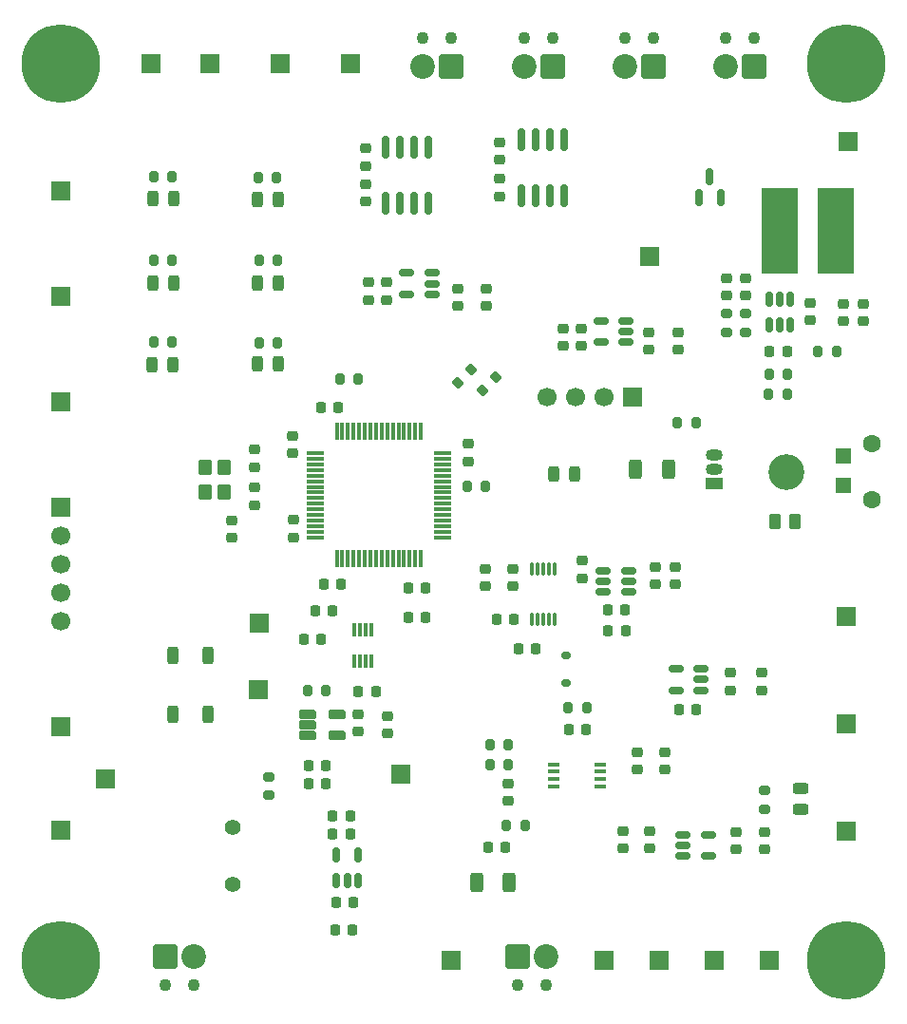
<source format=gbr>
%TF.GenerationSoftware,KiCad,Pcbnew,9.0.5-9.0.5~ubuntu24.04.1*%
%TF.CreationDate,2025-11-18T18:30:51-05:00*%
%TF.ProjectId,teslaCoilSensor,7465736c-6143-46f6-996c-53656e736f72,rev?*%
%TF.SameCoordinates,Original*%
%TF.FileFunction,Soldermask,Top*%
%TF.FilePolarity,Negative*%
%FSLAX46Y46*%
G04 Gerber Fmt 4.6, Leading zero omitted, Abs format (unit mm)*
G04 Created by KiCad (PCBNEW 9.0.5-9.0.5~ubuntu24.04.1) date 2025-11-18 18:30:51*
%MOMM*%
%LPD*%
G01*
G04 APERTURE LIST*
G04 Aperture macros list*
%AMRoundRect*
0 Rectangle with rounded corners*
0 $1 Rounding radius*
0 $2 $3 $4 $5 $6 $7 $8 $9 X,Y pos of 4 corners*
0 Add a 4 corners polygon primitive as box body*
4,1,4,$2,$3,$4,$5,$6,$7,$8,$9,$2,$3,0*
0 Add four circle primitives for the rounded corners*
1,1,$1+$1,$2,$3*
1,1,$1+$1,$4,$5*
1,1,$1+$1,$6,$7*
1,1,$1+$1,$8,$9*
0 Add four rect primitives between the rounded corners*
20,1,$1+$1,$2,$3,$4,$5,0*
20,1,$1+$1,$4,$5,$6,$7,0*
20,1,$1+$1,$6,$7,$8,$9,0*
20,1,$1+$1,$8,$9,$2,$3,0*%
G04 Aperture macros list end*
%ADD10RoundRect,0.200000X-0.275000X0.200000X-0.275000X-0.200000X0.275000X-0.200000X0.275000X0.200000X0*%
%ADD11R,1.700000X1.700000*%
%ADD12RoundRect,0.150000X0.150000X-0.512500X0.150000X0.512500X-0.150000X0.512500X-0.150000X-0.512500X0*%
%ADD13RoundRect,0.200000X0.275000X-0.200000X0.275000X0.200000X-0.275000X0.200000X-0.275000X-0.200000X0*%
%ADD14RoundRect,0.225000X0.250000X-0.225000X0.250000X0.225000X-0.250000X0.225000X-0.250000X-0.225000X0*%
%ADD15RoundRect,0.250000X0.350000X-0.450000X0.350000X0.450000X-0.350000X0.450000X-0.350000X-0.450000X0*%
%ADD16C,1.100000*%
%ADD17C,2.200000*%
%ADD18RoundRect,0.249999X0.850001X0.850001X-0.850001X0.850001X-0.850001X-0.850001X0.850001X-0.850001X0*%
%ADD19RoundRect,0.200000X-0.200000X-0.275000X0.200000X-0.275000X0.200000X0.275000X-0.200000X0.275000X0*%
%ADD20RoundRect,0.200000X0.200000X0.275000X-0.200000X0.275000X-0.200000X-0.275000X0.200000X-0.275000X0*%
%ADD21RoundRect,0.150000X0.512500X0.150000X-0.512500X0.150000X-0.512500X-0.150000X0.512500X-0.150000X0*%
%ADD22RoundRect,0.225000X-0.250000X0.225000X-0.250000X-0.225000X0.250000X-0.225000X0.250000X0.225000X0*%
%ADD23C,1.400000*%
%ADD24RoundRect,0.075000X-0.700000X-0.075000X0.700000X-0.075000X0.700000X0.075000X-0.700000X0.075000X0*%
%ADD25RoundRect,0.075000X-0.075000X-0.700000X0.075000X-0.700000X0.075000X0.700000X-0.075000X0.700000X0*%
%ADD26RoundRect,0.225000X-0.225000X-0.250000X0.225000X-0.250000X0.225000X0.250000X-0.225000X0.250000X0*%
%ADD27RoundRect,0.225000X0.225000X0.250000X-0.225000X0.250000X-0.225000X-0.250000X0.225000X-0.250000X0*%
%ADD28C,1.600000*%
%ADD29C,3.200000*%
%ADD30RoundRect,0.102000X-0.604000X0.604000X-0.604000X-0.604000X0.604000X-0.604000X0.604000X0.604000X0*%
%ADD31RoundRect,0.243750X-0.243750X-0.456250X0.243750X-0.456250X0.243750X0.456250X-0.243750X0.456250X0*%
%ADD32RoundRect,0.249999X-0.850001X-0.850001X0.850001X-0.850001X0.850001X0.850001X-0.850001X0.850001X0*%
%ADD33RoundRect,0.087500X-0.087500X0.537500X-0.087500X-0.537500X0.087500X-0.537500X0.087500X0.537500X0*%
%ADD34RoundRect,0.243750X0.243750X0.456250X-0.243750X0.456250X-0.243750X-0.456250X0.243750X-0.456250X0*%
%ADD35C,7.000000*%
%ADD36RoundRect,0.102000X-1.500000X-3.750000X1.500000X-3.750000X1.500000X3.750000X-1.500000X3.750000X0*%
%ADD37RoundRect,0.150000X-0.150000X0.825000X-0.150000X-0.825000X0.150000X-0.825000X0.150000X0.825000X0*%
%ADD38RoundRect,0.250000X0.262500X0.450000X-0.262500X0.450000X-0.262500X-0.450000X0.262500X-0.450000X0*%
%ADD39C,1.700000*%
%ADD40RoundRect,0.200000X0.053033X-0.335876X0.335876X-0.053033X-0.053033X0.335876X-0.335876X0.053033X0*%
%ADD41RoundRect,0.102000X-0.635000X-0.279400X0.635000X-0.279400X0.635000X0.279400X-0.635000X0.279400X0*%
%ADD42RoundRect,0.150000X-0.250000X0.150000X-0.250000X-0.150000X0.250000X-0.150000X0.250000X0.150000X0*%
%ADD43RoundRect,0.250000X-0.312500X-0.625000X0.312500X-0.625000X0.312500X0.625000X-0.312500X0.625000X0*%
%ADD44RoundRect,0.150000X-0.512500X-0.150000X0.512500X-0.150000X0.512500X0.150000X-0.512500X0.150000X0*%
%ADD45RoundRect,0.250000X0.250000X-0.525000X0.250000X0.525000X-0.250000X0.525000X-0.250000X-0.525000X0*%
%ADD46R,1.500000X1.050000*%
%ADD47O,1.500000X1.050000*%
%ADD48RoundRect,0.060000X-0.415000X-0.140000X0.415000X-0.140000X0.415000X0.140000X-0.415000X0.140000X0*%
%ADD49RoundRect,0.150000X-0.150000X0.512500X-0.150000X-0.512500X0.150000X-0.512500X0.150000X0.512500X0*%
%ADD50O,0.299999X1.350000*%
%ADD51RoundRect,0.150000X0.150000X-0.587500X0.150000X0.587500X-0.150000X0.587500X-0.150000X-0.587500X0*%
%ADD52RoundRect,0.243750X0.456250X-0.243750X0.456250X0.243750X-0.456250X0.243750X-0.456250X-0.243750X0*%
G04 APERTURE END LIST*
D10*
%TO.C,R25*%
X135435300Y-113678200D03*
X135435300Y-115328200D03*
%TD*%
D11*
%TO.C,J16*%
X187096400Y-57099200D03*
%TD*%
D12*
%TO.C,U8*%
X141523900Y-122899600D03*
X142473900Y-122899600D03*
X143423900Y-122899600D03*
X143423900Y-120624600D03*
X141523900Y-120624600D03*
%TD*%
D13*
%TO.C,R9*%
X179650000Y-116575000D03*
X179650000Y-114925000D03*
%TD*%
D11*
%TO.C,J29*%
X116941600Y-61488383D03*
%TD*%
%TO.C,J18*%
X116950000Y-80300000D03*
%TD*%
D14*
%TO.C,C16*%
X134188000Y-89470200D03*
X134188000Y-87920200D03*
%TD*%
D15*
%TO.C,Y1*%
X131538000Y-88295200D03*
X131538000Y-86095200D03*
X129838000Y-86095200D03*
X129838000Y-88295200D03*
%TD*%
D14*
%TO.C,C3*%
X183750000Y-73025000D03*
X183750000Y-71475000D03*
%TD*%
D16*
%TO.C,TC1*%
X160757250Y-47872614D03*
X158217250Y-47872614D03*
D17*
X158217250Y-50412614D03*
D18*
X160757250Y-50412614D03*
%TD*%
D19*
%TO.C,R6*%
X134530517Y-60286411D03*
X136180517Y-60286411D03*
%TD*%
D20*
%TO.C,R11*%
X156831800Y-112598200D03*
X155181800Y-112598200D03*
%TD*%
%TO.C,R16*%
X136245741Y-74974586D03*
X134595741Y-74974586D03*
%TD*%
D21*
%TO.C,U4*%
X167563800Y-97205800D03*
X167563800Y-96255800D03*
X167563800Y-95305800D03*
X165288800Y-95305800D03*
X165288800Y-96255800D03*
X165288800Y-97205800D03*
%TD*%
D11*
%TO.C,J24*%
X130242210Y-50105114D03*
%TD*%
%TO.C,J28*%
X186944000Y-108966400D03*
%TD*%
D22*
%TO.C,C31*%
X171754800Y-94972800D03*
X171754800Y-96522800D03*
%TD*%
D23*
%TO.C,R24*%
X132234900Y-118160800D03*
X132234900Y-123240800D03*
%TD*%
D22*
%TO.C,C26*%
X179662500Y-118625000D03*
X179662500Y-120175000D03*
%TD*%
D21*
%TO.C,U11*%
X150007000Y-70683400D03*
X150007000Y-69733400D03*
X150007000Y-68783400D03*
X147732000Y-68783400D03*
X147732000Y-70683400D03*
%TD*%
D24*
%TO.C,U1*%
X139613000Y-84845200D03*
X139613000Y-85345200D03*
X139613000Y-85845200D03*
X139613000Y-86345200D03*
X139613000Y-86845200D03*
X139613000Y-87345200D03*
X139613000Y-87845200D03*
X139613000Y-88345200D03*
X139613000Y-88845200D03*
X139613000Y-89345200D03*
X139613000Y-89845200D03*
X139613000Y-90345200D03*
X139613000Y-90845200D03*
X139613000Y-91345200D03*
X139613000Y-91845200D03*
X139613000Y-92345200D03*
D25*
X141538000Y-94270200D03*
X142038000Y-94270200D03*
X142538000Y-94270200D03*
X143038000Y-94270200D03*
X143538000Y-94270200D03*
X144038000Y-94270200D03*
X144538000Y-94270200D03*
X145038000Y-94270200D03*
X145538000Y-94270200D03*
X146038000Y-94270200D03*
X146538000Y-94270200D03*
X147038000Y-94270200D03*
X147538000Y-94270200D03*
X148038000Y-94270200D03*
X148538000Y-94270200D03*
X149038000Y-94270200D03*
D24*
X150963000Y-92345200D03*
X150963000Y-91845200D03*
X150963000Y-91345200D03*
X150963000Y-90845200D03*
X150963000Y-90345200D03*
X150963000Y-89845200D03*
X150963000Y-89345200D03*
X150963000Y-88845200D03*
X150963000Y-88345200D03*
X150963000Y-87845200D03*
X150963000Y-87345200D03*
X150963000Y-86845200D03*
X150963000Y-86345200D03*
X150963000Y-85845200D03*
X150963000Y-85345200D03*
X150963000Y-84845200D03*
D25*
X149038000Y-82920200D03*
X148538000Y-82920200D03*
X148038000Y-82920200D03*
X147538000Y-82920200D03*
X147038000Y-82920200D03*
X146538000Y-82920200D03*
X146038000Y-82920200D03*
X145538000Y-82920200D03*
X145038000Y-82920200D03*
X144538000Y-82920200D03*
X144038000Y-82920200D03*
X143538000Y-82920200D03*
X143038000Y-82920200D03*
X142538000Y-82920200D03*
X142038000Y-82920200D03*
X141538000Y-82920200D03*
%TD*%
D26*
%TO.C,C32*%
X165734400Y-100650000D03*
X167284400Y-100650000D03*
%TD*%
D22*
%TO.C,C37*%
X156091700Y-60399400D03*
X156091700Y-61949400D03*
%TD*%
D26*
%TO.C,C29*%
X141175700Y-117170200D03*
X142725700Y-117170200D03*
%TD*%
D14*
%TO.C,C45*%
X145973900Y-71168800D03*
X145973900Y-69618800D03*
%TD*%
D27*
%TO.C,C13*%
X149475000Y-96850000D03*
X147925000Y-96850000D03*
%TD*%
D28*
%TO.C,J8*%
X189226850Y-84015025D03*
D29*
X181626850Y-86515025D03*
D28*
X189226850Y-89015025D03*
D30*
X186726850Y-87715025D03*
X186726850Y-85115025D03*
%TD*%
D31*
%TO.C,D1*%
X125117010Y-62176328D03*
X126992010Y-62176328D03*
%TD*%
D20*
%TO.C,R18*%
X136245741Y-67650946D03*
X134595741Y-67650946D03*
%TD*%
D16*
%TO.C,J22*%
X126257920Y-132280500D03*
X128797920Y-132280500D03*
D32*
X126257920Y-129740500D03*
D17*
X128797920Y-129740500D03*
%TD*%
D33*
%TO.C,U14*%
X144617500Y-100600000D03*
X144117500Y-100600000D03*
X143617500Y-100600000D03*
X143117500Y-100600000D03*
X143117500Y-103400000D03*
X143617500Y-103400000D03*
X144117500Y-103400000D03*
X144617500Y-103400000D03*
%TD*%
D26*
%TO.C,C28*%
X141475000Y-124850000D03*
X143025000Y-124850000D03*
%TD*%
D22*
%TO.C,C53*%
X143459200Y-108127800D03*
X143459200Y-109677800D03*
%TD*%
D14*
%TO.C,C7*%
X137588000Y-84870200D03*
X137588000Y-83320200D03*
%TD*%
%TO.C,C1*%
X176250000Y-70775000D03*
X176250000Y-69225000D03*
%TD*%
%TO.C,C9*%
X137718800Y-92342000D03*
X137718800Y-90792000D03*
%TD*%
D34*
%TO.C,D8*%
X136347200Y-69656960D03*
X134472200Y-69656960D03*
%TD*%
D14*
%TO.C,C39*%
X169337500Y-75650000D03*
X169337500Y-74100000D03*
%TD*%
%TO.C,C23*%
X168350000Y-113025000D03*
X168350000Y-111475000D03*
%TD*%
D35*
%TO.C,H2*%
X186944000Y-50105114D03*
%TD*%
D27*
%TO.C,C6*%
X181675000Y-75750000D03*
X180125000Y-75750000D03*
%TD*%
D11*
%TO.C,J11*%
X147250000Y-113450000D03*
%TD*%
D36*
%TO.C,L1*%
X181000000Y-65000000D03*
X186000000Y-65000000D03*
%TD*%
D14*
%TO.C,C62*%
X170800000Y-113025000D03*
X170800000Y-111475000D03*
%TD*%
D16*
%TO.C,J2*%
X178741750Y-47872614D03*
X176201750Y-47872614D03*
D18*
X178741750Y-50412614D03*
D17*
X176201750Y-50412614D03*
%TD*%
D14*
%TO.C,C59*%
X179390976Y-105972857D03*
X179390976Y-104422857D03*
%TD*%
D34*
%TO.C,D9*%
X162727502Y-86720000D03*
X160852500Y-86720000D03*
%TD*%
D19*
%TO.C,R10*%
X156675000Y-118000000D03*
X158325000Y-118000000D03*
%TD*%
D14*
%TO.C,C2*%
X178000000Y-70775000D03*
X178000000Y-69225000D03*
%TD*%
%TO.C,C42*%
X152340000Y-71700000D03*
X152340000Y-70150000D03*
%TD*%
D11*
%TO.C,J25*%
X165355360Y-130048000D03*
%TD*%
D27*
%TO.C,C33*%
X157305000Y-99680000D03*
X155755000Y-99680000D03*
%TD*%
D10*
%TO.C,R1*%
X178000000Y-72425000D03*
X178000000Y-74075000D03*
%TD*%
D37*
%TO.C,U6*%
X161781300Y-56935600D03*
X160511300Y-56935600D03*
X159241300Y-56935600D03*
X157971300Y-56935600D03*
X157971300Y-61885600D03*
X159241300Y-61885600D03*
X160511300Y-61885600D03*
X161781300Y-61885600D03*
%TD*%
D38*
%TO.C,R21*%
X182412500Y-90950000D03*
X180587500Y-90950000D03*
%TD*%
D37*
%TO.C,U7*%
X149733000Y-57610200D03*
X148463000Y-57610200D03*
X147193000Y-57610200D03*
X145923000Y-57610200D03*
X145923000Y-62560200D03*
X147193000Y-62560200D03*
X148463000Y-62560200D03*
X149733000Y-62560200D03*
%TD*%
D34*
%TO.C,D7*%
X136347200Y-76911200D03*
X134472200Y-76911200D03*
%TD*%
D22*
%TO.C,C30*%
X169926000Y-94972800D03*
X169926000Y-96522800D03*
%TD*%
%TO.C,C47*%
X157226000Y-95173200D03*
X157226000Y-96723200D03*
%TD*%
D11*
%TO.C,J6*%
X116941600Y-89698192D03*
D39*
X116941600Y-92238192D03*
X116941600Y-94778192D03*
X116941600Y-97318192D03*
X116941600Y-99858192D03*
%TD*%
D19*
%TO.C,R20*%
X171895000Y-82118200D03*
X173545000Y-82118200D03*
%TD*%
D11*
%TO.C,J12*%
X180061840Y-130048000D03*
%TD*%
D26*
%TO.C,C19*%
X165696600Y-98795800D03*
X167246600Y-98795800D03*
%TD*%
D31*
%TO.C,D5*%
X125077010Y-76961598D03*
X126952010Y-76961598D03*
%TD*%
D22*
%TO.C,C46*%
X144119600Y-60885000D03*
X144119600Y-62435000D03*
%TD*%
D14*
%TO.C,C38*%
X171987500Y-75650000D03*
X171987500Y-74100000D03*
%TD*%
%TO.C,C36*%
X156091700Y-58698200D03*
X156091700Y-57148200D03*
%TD*%
D22*
%TO.C,C48*%
X154750000Y-95175000D03*
X154750000Y-96725000D03*
%TD*%
D10*
%TO.C,R2*%
X176250000Y-72425000D03*
X176250000Y-74075000D03*
%TD*%
D19*
%TO.C,R5*%
X180050000Y-79600000D03*
X181700000Y-79600000D03*
%TD*%
D11*
%TO.C,J30*%
X151768144Y-130048000D03*
%TD*%
D40*
%TO.C,R26*%
X154533274Y-79216726D03*
X155700000Y-78050000D03*
%TD*%
D26*
%TO.C,C8*%
X140144200Y-80795200D03*
X141694200Y-80795200D03*
%TD*%
D22*
%TO.C,C50*%
X177162500Y-118625000D03*
X177162500Y-120175000D03*
%TD*%
D27*
%TO.C,C56*%
X140579100Y-112674400D03*
X139029100Y-112674400D03*
%TD*%
D26*
%TO.C,C21*%
X141400000Y-127300000D03*
X142950000Y-127300000D03*
%TD*%
%TO.C,C51*%
X143475000Y-106050000D03*
X145025000Y-106050000D03*
%TD*%
D41*
%TO.C,U15*%
X138963400Y-108102400D03*
X138963400Y-109042200D03*
X138963400Y-109982000D03*
X141554200Y-109982000D03*
X141554200Y-108102400D03*
%TD*%
D11*
%TO.C,J31*%
X175159680Y-130048000D03*
%TD*%
%TO.C,J17*%
X116941600Y-118414800D03*
%TD*%
D20*
%TO.C,R19*%
X154813000Y-87795200D03*
X153163000Y-87795200D03*
%TD*%
D14*
%TO.C,C40*%
X163314800Y-75294600D03*
X163314800Y-73744600D03*
%TD*%
D27*
%TO.C,C34*%
X159255000Y-102250000D03*
X157705000Y-102250000D03*
%TD*%
D11*
%TO.C,J26*%
X170257520Y-130048000D03*
%TD*%
D20*
%TO.C,R12*%
X156831800Y-110871000D03*
X155181800Y-110871000D03*
%TD*%
D42*
%TO.C,D10*%
X162000000Y-102848794D03*
X162000000Y-105347931D03*
%TD*%
D31*
%TO.C,D4*%
X134434860Y-62255400D03*
X136309860Y-62255400D03*
%TD*%
%TO.C,D3*%
X125117010Y-69659663D03*
X126992010Y-69659663D03*
%TD*%
D21*
%TO.C,U13*%
X174031250Y-105975000D03*
X174031250Y-105025000D03*
X174031250Y-104075000D03*
X171756250Y-104075000D03*
X171756250Y-105975000D03*
%TD*%
D22*
%TO.C,C18*%
X156794200Y-114299400D03*
X156794200Y-115849400D03*
%TD*%
D26*
%TO.C,C22*%
X141175700Y-118795800D03*
X142725700Y-118795800D03*
%TD*%
D14*
%TO.C,C14*%
X132181600Y-92367400D03*
X132181600Y-90817400D03*
%TD*%
D20*
%TO.C,R17*%
X143446000Y-78206600D03*
X141796000Y-78206600D03*
%TD*%
D26*
%TO.C,C49*%
X162225000Y-109500000D03*
X163775000Y-109500000D03*
%TD*%
D16*
%TO.C,J7*%
X169749500Y-47872614D03*
X167209500Y-47872614D03*
D18*
X169749500Y-50412614D03*
D17*
X167209500Y-50412614D03*
%TD*%
D16*
%TO.C,J3*%
X157683200Y-132280500D03*
X160223200Y-132280500D03*
D32*
X157683200Y-129740500D03*
D17*
X160223200Y-129740500D03*
%TD*%
D22*
%TO.C,C54*%
X146050000Y-108250000D03*
X146050000Y-109800000D03*
%TD*%
D11*
%TO.C,J1*%
X167910000Y-79800000D03*
D39*
X165370000Y-79800000D03*
X162830000Y-79800000D03*
X160290000Y-79800000D03*
%TD*%
D19*
%TO.C,R23*%
X125212667Y-67648244D03*
X126862667Y-67648244D03*
%TD*%
D11*
%TO.C,J4*%
X134600000Y-100000000D03*
%TD*%
D20*
%TO.C,R4*%
X181725000Y-77850000D03*
X180075000Y-77850000D03*
%TD*%
D11*
%TO.C,J14*%
X120900000Y-113900000D03*
%TD*%
%TO.C,J20*%
X136493140Y-50105114D03*
%TD*%
D14*
%TO.C,C41*%
X161714800Y-75294600D03*
X161714800Y-73744600D03*
%TD*%
D11*
%TO.C,J5*%
X134550000Y-105950000D03*
%TD*%
D19*
%TO.C,R7*%
X125200551Y-60222300D03*
X126850551Y-60222300D03*
%TD*%
D11*
%TO.C,J19*%
X186944000Y-99415600D03*
%TD*%
D43*
%TO.C,R13*%
X168164350Y-86315025D03*
X171089350Y-86315025D03*
%TD*%
D40*
%TO.C,R27*%
X152366637Y-78583363D03*
X153533363Y-77416637D03*
%TD*%
D44*
%TO.C,U9*%
X172362500Y-118850000D03*
X172362500Y-119800000D03*
X172362500Y-120750000D03*
X174637500Y-120750000D03*
X174637500Y-118850000D03*
%TD*%
D19*
%TO.C,R22*%
X162175000Y-107500000D03*
X163825000Y-107500000D03*
%TD*%
%TO.C,R14*%
X125212667Y-74924189D03*
X126862667Y-74924189D03*
%TD*%
D45*
%TO.C,SW2*%
X126900000Y-108150000D03*
X126900000Y-102900000D03*
X130100000Y-108150000D03*
X130100000Y-102900000D03*
%TD*%
D14*
%TO.C,C44*%
X144348300Y-71168800D03*
X144348300Y-69618800D03*
%TD*%
D20*
%TO.C,R3*%
X186075000Y-75750000D03*
X184425000Y-75750000D03*
%TD*%
D46*
%TO.C,Q2*%
X175200000Y-87550000D03*
D47*
X175200000Y-86280000D03*
X175200000Y-85010000D03*
%TD*%
D19*
%TO.C,R15*%
X138924264Y-106045679D03*
X140574264Y-106045679D03*
%TD*%
D35*
%TO.C,H4*%
X186944000Y-130048000D03*
%TD*%
D22*
%TO.C,C5*%
X186700000Y-71525000D03*
X186700000Y-73075000D03*
%TD*%
D27*
%TO.C,C10*%
X141948200Y-96520000D03*
X140398200Y-96520000D03*
%TD*%
D11*
%TO.C,J13*%
X124936280Y-50105114D03*
%TD*%
D26*
%TO.C,C61*%
X172018750Y-107725000D03*
X173568750Y-107725000D03*
%TD*%
D14*
%TO.C,C43*%
X154850000Y-71700000D03*
X154850000Y-70150000D03*
%TD*%
%TO.C,C60*%
X176650000Y-105975000D03*
X176650000Y-104425000D03*
%TD*%
D35*
%TO.C,H3*%
X116941600Y-130048000D03*
%TD*%
D22*
%TO.C,C25*%
X167062500Y-118500000D03*
X167062500Y-120050000D03*
%TD*%
D27*
%TO.C,C35*%
X140132400Y-101447600D03*
X138582400Y-101447600D03*
%TD*%
D22*
%TO.C,C4*%
X188450000Y-71525000D03*
X188450000Y-73075000D03*
%TD*%
D27*
%TO.C,C55*%
X140579100Y-114300000D03*
X139029100Y-114300000D03*
%TD*%
D11*
%TO.C,J21*%
X142744070Y-50105114D03*
%TD*%
D48*
%TO.C,U3*%
X160863721Y-112594576D03*
X160863721Y-113238678D03*
X160863721Y-113893287D03*
X160863721Y-114541218D03*
X165062869Y-114541218D03*
X165062790Y-113893287D03*
X165062790Y-113238678D03*
X165062790Y-112594576D03*
%TD*%
D11*
%TO.C,J27*%
X116941600Y-109261461D03*
%TD*%
D49*
%TO.C,U2*%
X181999800Y-71091200D03*
X181049800Y-71091200D03*
X180099800Y-71091200D03*
X180099800Y-73366200D03*
X181049800Y-73366200D03*
X181999800Y-73366200D03*
%TD*%
D11*
%TO.C,J9*%
X186944000Y-118517200D03*
%TD*%
D27*
%TO.C,C57*%
X141135400Y-98933000D03*
X139585400Y-98933000D03*
%TD*%
D50*
%TO.C,U5*%
X158934398Y-99618800D03*
X159434397Y-99618800D03*
X159934399Y-99618800D03*
X160434398Y-99618800D03*
X160934400Y-99618800D03*
X160934400Y-95168799D03*
X160434398Y-95168799D03*
X159934399Y-95168799D03*
X159434397Y-95168799D03*
X158934398Y-95168799D03*
%TD*%
D35*
%TO.C,H1*%
X116941600Y-50105114D03*
%TD*%
D22*
%TO.C,C15*%
X134188000Y-84520200D03*
X134188000Y-86070200D03*
%TD*%
D14*
%TO.C,C27*%
X144119600Y-59234600D03*
X144119600Y-57684600D03*
%TD*%
D51*
%TO.C,Q1*%
X173850000Y-62075000D03*
X175750000Y-62075000D03*
X174800000Y-60200000D03*
%TD*%
D22*
%TO.C,C24*%
X169462500Y-118525000D03*
X169462500Y-120075000D03*
%TD*%
%TO.C,C11*%
X153288000Y-84020200D03*
X153288000Y-85570200D03*
%TD*%
D27*
%TO.C,C12*%
X149475000Y-99450000D03*
X147925000Y-99450000D03*
%TD*%
D21*
%TO.C,U10*%
X167352300Y-74969600D03*
X167352300Y-74019600D03*
X167352300Y-73069600D03*
X165077300Y-73069600D03*
X165077300Y-74969600D03*
%TD*%
D11*
%TO.C,J10*%
X116941600Y-70891653D03*
%TD*%
D14*
%TO.C,C20*%
X163409200Y-95989400D03*
X163409200Y-94439400D03*
%TD*%
D16*
%TO.C,TC2*%
X151765000Y-47872614D03*
X149225000Y-47872614D03*
D17*
X149225000Y-50412614D03*
D18*
X151765000Y-50412614D03*
%TD*%
D26*
%TO.C,C17*%
X155000000Y-120000000D03*
X156550000Y-120000000D03*
%TD*%
D52*
%TO.C,D6*%
X182850000Y-116612500D03*
X182850000Y-114737500D03*
%TD*%
D43*
%TO.C,R8*%
X154010900Y-123113800D03*
X156935900Y-123113800D03*
%TD*%
D11*
%TO.C,J15*%
X169450000Y-67300000D03*
%TD*%
M02*

</source>
